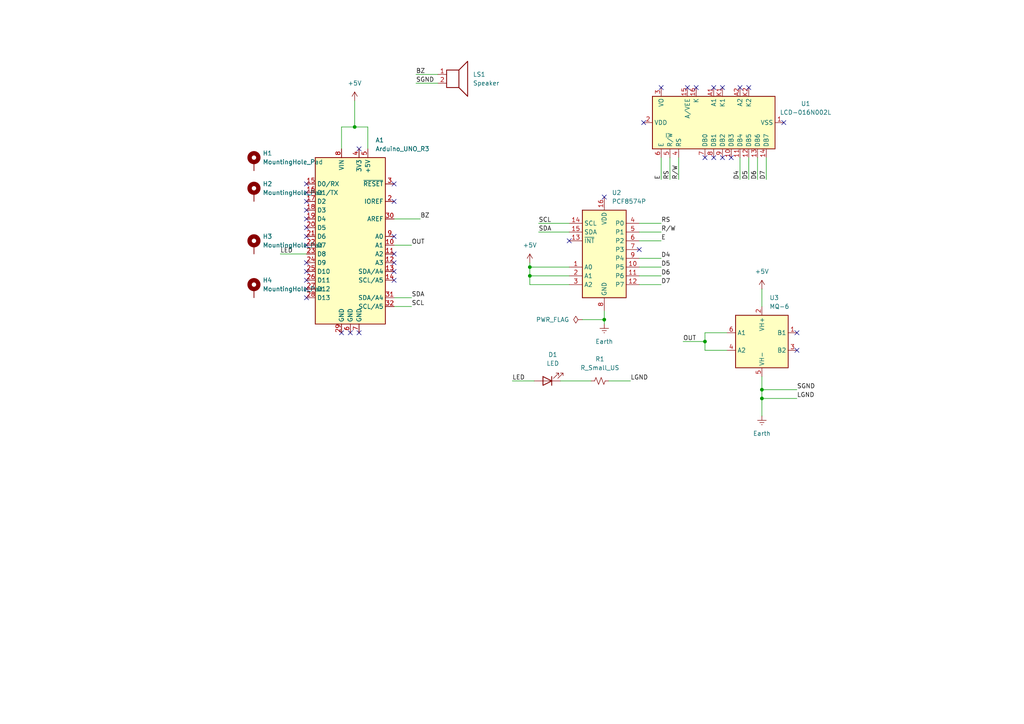
<source format=kicad_sch>
(kicad_sch (version 20231120) (generator "eeschema") (generator_version "8.0")
  (paper "A4")
  (title_block (title "AIR MONITORING SYSTEM") (date "2026-02-01") (rev "1") (company "HAM THOYA DESIGNS") (comment 4 "HAM THOYA KARISA"))
  (lib_symbols
    (symbol "Device:LED" (pin_numbers hide) (pin_names (offset 1.016) hide)
      (property "Reference" "D" (at 0 2.54 0))
      (property "Value" "LED" (at 0 -2.54 0))
      (symbol "LED_0_1"
        (polyline (pts (xy -1.27 -1.27) (xy -1.27 1.27)) (stroke (width 0.254)))
        (polyline (pts (xy -1.27 0) (xy 1.27 0)))
        (polyline (pts (xy 1.27 -1.27) (xy 1.27 1.27) (xy -1.27 0) (xy 1.27 -1.27)) (stroke (width 0.254)))
        (polyline (pts (xy -3.048 -0.762) (xy -4.572 -2.286) (xy -3.81 -2.286) (xy -4.572 -2.286) (xy -4.572 -1.524)))
        (polyline (pts (xy -1.778 -0.762) (xy -3.302 -2.286) (xy -2.54 -2.286) (xy -3.302 -2.286) (xy -3.302 -1.524)))
      )
      (symbol "LED_1_1"
        (pin passive line (at -3.81 0 0) (length 2.54) (name "K") (number "1"))
        (pin passive line (at 3.81 0 180) (length 2.54) (name "A") (number "2"))
      )
    )
    (symbol "Device:R_Small_US" (pin_numbers hide) (pin_names (offset 0.254) hide)
      (property "Reference" "R" (at 0.762 0.508 0))
      (property "Value" "R_Small_US" (at 0.762 -1.016 0))
      (symbol "R_Small_US_1_1"
        (polyline (pts (xy 0 0) (xy 1.016 -0.381) (xy 0 -0.762) (xy -1.016 -1.143) (xy 0 -1.524)))
        (polyline (pts (xy 0 1.524) (xy 1.016 1.143) (xy 0 0.762) (xy -1.016 0.381) (xy 0 0)))
        (pin passive line (at 0 2.54 270) (length 1.016) (name "~") (number "1"))
        (pin passive line (at 0 -2.54 90) (length 1.016) (name "~") (number "2"))
      )
    )
    (symbol "Device:Speaker" (pin_names (offset 0) hide)
      (property "Reference" "LS" (at 1.27 5.715 0))
      (property "Value" "Speaker" (at 1.27 3.81 0))
      (symbol "Speaker_0_0"
        (rectangle (start -2.54 1.27) (end 1.016 -3.81) (stroke (width 0.254)))
        (polyline (pts (xy 1.016 1.27) (xy 3.556 3.81) (xy 3.556 -6.35) (xy 1.016 -3.81)) (stroke (width 0.254)))
      )
      (symbol "Speaker_1_1"
        (pin input line (at -5.08 0 0) (length 2.54) (name "1") (number "1"))
        (pin input line (at -5.08 -2.54 0) (length 2.54) (name "2") (number "2"))
      )
    )
    (symbol "Display_Character:LCD-016N002L"
      (property "Reference" "U" (at -6.35 18.796 0))
      (property "Value" "LCD-016N002L" (at 8.636 18.796 0))
      (symbol "LCD-016N002L_1_1"
        (rectangle (start -7.62 17.78) (end 7.62 -17.78) (stroke (width 0.254)) (fill (type background)))
        (pin power_in line (at 0 -20.32 90) (length 2.54) (name "VSS") (number "1"))
        (pin bidirectional line (at -10.16 -5.08 0) (length 2.54) (name "DB3") (number "10"))
        (pin bidirectional line (at -10.16 -7.62 0) (length 2.54) (name "DB4") (number "11"))
        (pin bidirectional line (at -10.16 -10.16 0) (length 2.54) (name "DB5") (number "12"))
        (pin bidirectional line (at -10.16 -12.7 0) (length 2.54) (name "DB6") (number "13"))
        (pin bidirectional line (at -10.16 -15.24 0) (length 2.54) (name "DB7") (number "14"))
        (pin power_in line (at 10.16 7.62 180) (length 2.54) (name "A/VEE") (number "15"))
        (pin power_in line (at 10.16 5.08 180) (length 2.54) (name "K") (number "16"))
        (pin power_in line (at 0 20.32 270) (length 2.54) (name "VDD") (number "2"))
        (pin input line (at 10.16 15.24 180) (length 2.54) (name "VO") (number "3"))
        (pin input line (at -10.16 10.16 0) (length 2.54) (name "RS") (number "4"))
        (pin input line (at -10.16 12.7 0) (length 2.54) (name "R/~{W}") (number "5"))
        (pin input line (at -10.16 15.24 0) (length 2.54) (name "E") (number "6"))
        (pin bidirectional line (at -10.16 2.54 0) (length 2.54) (name "DB0") (number "7"))
        (pin bidirectional line (at -10.16 0 0) (length 2.54) (name "DB1") (number "8"))
        (pin bidirectional line (at -10.16 -2.54 0) (length 2.54) (name "DB2") (number "9"))
        (pin power_in line (at 10.16 0 180) (length 2.54) (name "A1") (number "A1"))
        (pin power_in line (at 10.16 -7.62 180) (length 2.54) (name "A2") (number "A2"))
        (pin power_in line (at 10.16 -2.54 180) (length 2.54) (name "K1") (number "K1"))
        (pin power_in line (at 10.16 -10.16 180) (length 2.54) (name "K2") (number "K2"))
      )
    )
    (symbol "Interface_Expansion:PCF8574P"
      (property "Reference" "U" (at -6.35 12.954 0))
      (property "Value" "PCF8574P" (at 3.048 12.954 0))
      (symbol "PCF8574P_0_1"
        (rectangle (start -6.35 -13.97) (end 6.35 11.43) (stroke (width 0.254)) (fill (type background)))
      )
      (symbol "PCF8574P_1_1"
        (pin input line (at -10.16 -5.08 0) (length 3.81) (name "A0") (number "1"))
        (pin bidirectional line (at 10.16 -5.08 180) (length 3.81) (name "P5") (number "10"))
        (pin bidirectional line (at 10.16 -7.62 180) (length 3.81) (name "P6") (number "11"))
        (pin bidirectional line (at 10.16 -10.16 180) (length 3.81) (name "P7") (number "12"))
        (pin open_collector line (at -10.16 2.54 0) (length 3.81) (name "~{INT}") (number "13"))
        (pin input line (at -10.16 7.62 0) (length 3.81) (name "SCL") (number "14"))
        (pin bidirectional line (at -10.16 5.08 0) (length 3.81) (name "SDA") (number "15"))
        (pin power_in line (at 0 15.24 270) (length 3.81) (name "VDD") (number "16"))
        (pin input line (at -10.16 -7.62 0) (length 3.81) (name "A1") (number "2"))
        (pin input line (at -10.16 -10.16 0) (length 3.81) (name "A2") (number "3"))
        (pin bidirectional line (at 10.16 7.62 180) (length 3.81) (name "P0") (number "4"))
        (pin bidirectional line (at 10.16 5.08 180) (length 3.81) (name "P1") (number "5"))
        (pin bidirectional line (at 10.16 2.54 180) (length 3.81) (name "P2") (number "6"))
        (pin bidirectional line (at 10.16 0 180) (length 3.81) (name "P3") (number "7"))
        (pin power_in line (at 0 -17.78 90) (length 3.81) (name "GND") (number "8"))
        (pin bidirectional line (at 10.16 -2.54 180) (length 3.81) (name "P4") (number "9"))
      )
    )
    (symbol "MCU_Module:Arduino_UNO_R3"
      (property "Reference" "A" (at -10.16 23.495 0))
      (property "Value" "Arduino_UNO_R3" (at 5.08 -26.67 0))
      (symbol "Arduino_UNO_R3_0_1"
        (rectangle (start -10.16 22.86) (end 10.16 -25.4) (stroke (width 0.254)) (fill (type background)))
      )
      (symbol "Arduino_UNO_R3_1_1"
        (pin no_connect line (at -10.16 -20.32 0) (length 2.54) hide (name "NC") (number "1"))
        (pin bidirectional line (at 12.7 -2.54 180) (length 2.54) (name "A1") (number "10"))
        (pin bidirectional line (at 12.7 -5.08 180) (length 2.54) (name "A2") (number "11"))
        (pin bidirectional line (at 12.7 -7.62 180) (length 2.54) (name "A3") (number "12"))
        (pin bidirectional line (at 12.7 -10.16 180) (length 2.54) (name "SDA/A4") (number "13"))
        (pin bidirectional line (at 12.7 -12.7 180) (length 2.54) (name "SCL/A5") (number "14"))
        (pin bidirectional line (at -12.7 15.24 0) (length 2.54) (name "D0/RX") (number "15"))
        (pin bidirectional line (at -12.7 12.7 0) (length 2.54) (name "D1/TX") (number "16"))
        (pin bidirectional line (at -12.7 10.16 0) (length 2.54) (name "D2") (number "17"))
        (pin bidirectional line (at -12.7 7.62 0) (length 2.54) (name "D3") (number "18"))
        (pin bidirectional line (at -12.7 5.08 0) (length 2.54) (name "D4") (number "19"))
        (pin output line (at 12.7 10.16 180) (length 2.54) (name "IOREF") (number "2"))
        (pin bidirectional line (at -12.7 2.54 0) (length 2.54) (name "D5") (number "20"))
        (pin bidirectional line (at -12.7 0 0) (length 2.54) (name "D6") (number "21"))
        (pin bidirectional line (at -12.7 -2.54 0) (length 2.54) (name "D7") (number "22"))
        (pin bidirectional line (at -12.7 -5.08 0) (length 2.54) (name "D8") (number "23"))
        (pin bidirectional line (at -12.7 -7.62 0) (length 2.54) (name "D9") (number "24"))
        (pin bidirectional line (at -12.7 -10.16 0) (length 2.54) (name "D10") (number "25"))
        (pin bidirectional line (at -12.7 -12.7 0) (length 2.54) (name "D11") (number "26"))
        (pin bidirectional line (at -12.7 -15.24 0) (length 2.54) (name "D12") (number "27"))
        (pin bidirectional line (at -12.7 -17.78 0) (length 2.54) (name "D13") (number "28"))
        (pin power_in line (at -2.54 -27.94 90) (length 2.54) (name "GND") (number "29"))
        (pin input line (at 12.7 15.24 180) (length 2.54) (name "~{RESET}") (number "3"))
        (pin input line (at 12.7 5.08 180) (length 2.54) (name "AREF") (number "30"))
        (pin bidirectional line (at 12.7 -17.78 180) (length 2.54) (name "SDA/A4") (number "31"))
        (pin bidirectional line (at 12.7 -20.32 180) (length 2.54) (name "SCL/A5") (number "32"))
        (pin power_out line (at 2.54 25.4 270) (length 2.54) (name "3V3") (number "4"))
        (pin power_out line (at 5.08 25.4 270) (length 2.54) (name "+5V") (number "5"))
        (pin power_in line (at 0 -27.94 90) (length 2.54) (name "GND") (number "6"))
        (pin power_in line (at 2.54 -27.94 90) (length 2.54) (name "GND") (number "7"))
        (pin power_in line (at -2.54 25.4 270) (length 2.54) (name "VIN") (number "8"))
        (pin bidirectional line (at 12.7 0 180) (length 2.54) (name "A0") (number "9"))
      )
    )
    (symbol "Mechanical:MountingHole_Pad" (pin_numbers hide) (pin_names (offset 1.016) hide) (exclude_from_sim yes) (in_bom no)
      (property "Reference" "H" (at 0 6.35 0))
      (property "Value" "MountingHole_Pad" (at 0 4.445 0))
      (symbol "MountingHole_Pad_0_1"
        (circle (center 0 1.27) (radius 1.27) (stroke (width 1.27)))
      )
      (symbol "MountingHole_Pad_1_1"
        (pin input line (at 0 -2.54 90) (length 2.54) (name "1") (number "1"))
      )
    )
    (symbol "Sensor_Gas:MQ-6"
      (property "Reference" "U" (at -6.35 8.89 0))
      (property "Value" "MQ-6" (at 3.81 8.89 0))
      (symbol "MQ-6_0_1"
        (rectangle (start -7.62 7.62) (end 7.62 -7.62) (stroke (width 0.254)) (fill (type background)))
      )
      (symbol "MQ-6_1_1"
        (pin passive line (at 10.16 2.54 180) (length 2.54) (name "B1") (number "1"))
        (pin power_in line (at 0 10.16 270) (length 2.54) (name "VH+") (number "2"))
        (pin passive line (at 10.16 -2.54 180) (length 2.54) (name "B2") (number "3"))
        (pin passive line (at -10.16 -2.54 0) (length 2.54) (name "A2") (number "4"))
        (pin power_in line (at 0 -10.16 90) (length 2.54) (name "VH-") (number "5"))
        (pin passive line (at -10.16 2.54 0) (length 2.54) (name "A1") (number "6"))
      )
    )
    (symbol "power:+5V" (power) (pin_numbers hide) (pin_names (offset 0) hide)
      (property "Value" "+5V" (at 0 3.556 0))
      (symbol "+5V_0_1"
        (polyline (pts (xy -0.762 1.27) (xy 0 2.54)))
        (polyline (pts (xy 0 0) (xy 0 2.54)))
        (polyline (pts (xy 0 2.54) (xy 0.762 1.27)))
      )
      (symbol "+5V_1_1"
        (pin power_in line (at 0 0 90) (length 0) (name "~") (number "1"))
      )
    )
    (symbol "power:Earth" (power) (pin_numbers hide) (pin_names (offset 0) hide)
      (property "Value" "Earth" (at 0 -3.81 0))
      (symbol "Earth_0_1"
        (polyline (pts (xy -0.635 -1.905) (xy 0.635 -1.905)))
        (polyline (pts (xy -0.127 -2.54) (xy 0.127 -2.54)))
        (polyline (pts (xy 0 -1.27) (xy 0 0)))
        (polyline (pts (xy 1.27 -1.27) (xy -1.27 -1.27)))
      )
      (symbol "Earth_1_1"
        (pin power_in line (at 0 0 270) (length 0) (name "~") (number "1"))
      )
    )
    (symbol "power:PWR_FLAG" (power) (pin_numbers hide) (pin_names (offset 0) hide)
      (property "Value" "PWR_FLAG" (at 0 3.81 0))
      (symbol "PWR_FLAG_0_0"
        (pin power_out line (at 0 0 90) (length 0) (name "~") (number "1"))
      )
      (symbol "PWR_FLAG_0_1"
        (polyline (pts (xy 0 0) (xy 0 1.27) (xy -1.016 1.905) (xy 0 2.54) (xy 1.016 1.905) (xy 0 1.27)))
      )
    )
  )
  (junction (at 153.67 80.01))
  (junction (at 102.87 36.83))
  (junction (at 220.98 115.57))
  (junction (at 220.98 113.03))
  (junction (at 153.67 77.47))
  (junction (at 204.47 99.06))
  (junction (at 175.26 92.71))
  (no_connect (at 88.9 53.34))
  (no_connect (at 207.01 45.72))
  (no_connect (at 175.26 57.15))
  (no_connect (at 114.3 78.74))
  (no_connect (at 88.9 68.58))
  (no_connect (at 212.09 45.72))
  (no_connect (at 114.3 58.42))
  (no_connect (at 104.14 96.52))
  (no_connect (at 185.42 72.39))
  (no_connect (at 104.14 43.18))
  (no_connect (at 231.14 96.52))
  (no_connect (at 231.14 101.6))
  (no_connect (at 165.1 69.85))
  (no_connect (at 88.9 58.42))
  (no_connect (at 88.9 55.88))
  (no_connect (at 209.55 45.72))
  (no_connect (at 88.9 83.82))
  (no_connect (at 201.93 25.4))
  (no_connect (at 114.3 68.58))
  (no_connect (at 191.77 25.4))
  (no_connect (at 114.3 81.28))
  (no_connect (at 199.39 25.4))
  (no_connect (at 88.9 63.5))
  (no_connect (at 88.9 78.74))
  (no_connect (at 114.3 73.66))
  (no_connect (at 101.6 96.52))
  (no_connect (at 88.9 60.96))
  (no_connect (at 204.47 45.72))
  (no_connect (at 209.55 25.4))
  (no_connect (at 217.17 25.4))
  (no_connect (at 214.63 25.4))
  (no_connect (at 88.9 66.04))
  (no_connect (at 88.9 76.2))
  (no_connect (at 227.33 35.56))
  (no_connect (at 99.06 96.52))
  (no_connect (at 114.3 53.34))
  (no_connect (at 88.9 86.36))
  (no_connect (at 114.3 76.2))
  (no_connect (at 207.01 25.4))
  (no_connect (at 88.9 81.28))
  (no_connect (at 88.9 71.12))
  (no_connect (at 186.69 35.56))
  (wire (pts (xy 198.12 99.06) (xy 204.47 99.06)))
  (wire (pts (xy 194.31 45.72) (xy 194.31 52.07)))
  (wire (pts (xy 114.3 88.9) (xy 119.38 88.9)))
  (wire (pts (xy 165.1 82.55) (xy 153.67 82.55)))
  (wire (pts (xy 102.87 36.83) (xy 106.68 36.83)))
  (wire (pts (xy 222.25 45.72) (xy 222.25 52.07)))
  (wire (pts (xy 99.06 43.18) (xy 99.06 36.83)))
  (wire (pts (xy 220.98 83.82) (xy 220.98 88.9)))
  (wire (pts (xy 106.68 36.83) (xy 106.68 43.18)))
  (wire (pts (xy 210.82 96.52) (xy 204.47 96.52)))
  (wire (pts (xy 102.87 29.21) (xy 102.87 36.83)))
  (wire (pts (xy 156.21 67.31) (xy 165.1 67.31)))
  (wire (pts (xy 114.3 71.12) (xy 119.38 71.12)))
  (wire (pts (xy 153.67 76.2) (xy 153.67 77.47)))
  (wire (pts (xy 176.53 110.49) (xy 182.88 110.49)))
  (wire (pts (xy 175.26 92.71) (xy 175.26 93.98)))
  (wire (pts (xy 204.47 99.06) (xy 204.47 101.6)))
  (wire (pts (xy 185.42 82.55) (xy 191.77 82.55)))
  (wire (pts (xy 156.21 64.77) (xy 165.1 64.77)))
  (wire (pts (xy 204.47 101.6) (xy 210.82 101.6)))
  (wire (pts (xy 185.42 64.77) (xy 191.77 64.77)))
  (wire (pts (xy 153.67 77.47) (xy 165.1 77.47)))
  (wire (pts (xy 220.98 109.22) (xy 220.98 113.03)))
  (wire (pts (xy 220.98 115.57) (xy 220.98 120.65)))
  (wire (pts (xy 217.17 45.72) (xy 217.17 52.07)))
  (wire (pts (xy 99.06 36.83) (xy 102.87 36.83)))
  (wire (pts (xy 114.3 63.5) (xy 121.92 63.5)))
  (wire (pts (xy 204.47 96.52) (xy 204.47 99.06)))
  (wire (pts (xy 185.42 67.31) (xy 191.77 67.31)))
  (wire (pts (xy 153.67 82.55) (xy 153.67 80.01)))
  (wire (pts (xy 81.28 73.66) (xy 88.9 73.66)))
  (wire (pts (xy 219.71 45.72) (xy 219.71 52.07)))
  (wire (pts (xy 148.59 110.49) (xy 154.94 110.49)))
  (wire (pts (xy 220.98 115.57) (xy 231.14 115.57)))
  (wire (pts (xy 165.1 80.01) (xy 153.67 80.01)))
  (wire (pts (xy 175.26 90.17) (xy 175.26 92.71)))
  (wire (pts (xy 214.63 45.72) (xy 214.63 52.07)))
  (wire (pts (xy 153.67 80.01) (xy 153.67 77.47)))
  (wire (pts (xy 185.42 77.47) (xy 191.77 77.47)))
  (wire (pts (xy 220.98 113.03) (xy 231.14 113.03)))
  (wire (pts (xy 120.65 21.59) (xy 127 21.59)))
  (wire (pts (xy 185.42 80.01) (xy 191.77 80.01)))
  (wire (pts (xy 168.91 92.71) (xy 175.26 92.71)))
  (wire (pts (xy 220.98 113.03) (xy 220.98 115.57)))
  (wire (pts (xy 185.42 74.93) (xy 191.77 74.93)))
  (wire (pts (xy 120.65 24.13) (xy 127 24.13)))
  (wire (pts (xy 191.77 45.72) (xy 191.77 52.07)))
  (wire (pts (xy 162.56 110.49) (xy 171.45 110.49)))
  (wire (pts (xy 185.42 69.85) (xy 191.77 69.85)))
  (wire (pts (xy 114.3 86.36) (xy 119.38 86.36)))
  (wire (pts (xy 196.85 45.72) (xy 196.85 52.07)))
  (label "D4" (at 191.77 74.93 0))
  (label "D7" (at 222.25 52.07 90))
  (label "SGND" (at 231.14 113.03 0))
  (label "SGND" (at 120.65 24.13 0))
  (label "OUT" (at 198.12 99.06 0))
  (label "D5" (at 217.17 52.07 90))
  (label "BZ" (at 120.65 21.59 0))
  (label "SCL" (at 156.21 64.77 0))
  (label "R{slash}W" (at 191.77 67.31 0))
  (label "LGND" (at 182.88 110.49 0))
  (label "LED" (at 148.59 110.49 0))
  (label "R{slash}W" (at 196.85 52.07 90))
  (label "RS" (at 191.77 64.77 0))
  (label "OUT" (at 119.38 71.12 0))
  (label "LED" (at 81.28 73.66 0))
  (label "SDA" (at 119.38 86.36 0))
  (label "RS" (at 194.31 52.07 90))
  (label "D5" (at 191.77 77.47 0))
  (label "BZ" (at 121.92 63.5 0))
  (label "D6" (at 219.71 52.07 90))
  (label "E" (at 191.77 69.85 0))
  (label "SCL" (at 119.38 88.9 0))
  (label "E" (at 191.77 52.07 90))
  (label "SDA" (at 156.21 67.31 0))
  (label "D4" (at 214.63 52.07 90))
  (label "LGND" (at 231.14 115.57 0))
  (label "D7" (at 191.77 82.55 0))
  (label "D6" (at 191.77 80.01 0))
  (symbol (lib_id "power:Earth") (at 220.98 120.65 0) (unit 1)
    (property "Reference" "#PWR03" (effects (hide yes)))
    (property "Value" "Earth" (at 220.98 125.73 0))
    (property "Description" "Power symbol creates a global label with name \"Earth\"" (effects (hide yes)))
  )
  (symbol (lib_id "Device:LED") (at 158.75 110.49 180) (unit 1)
    (property "Reference" "D1" (at 160.3375 102.87 0))
    (property "Value" "LED" (at 160.3375 105.41 0))
    (property "Footprint" "LED_THT:LED_D3.0mm_Clear" (effects (hide yes)))
    (property "Description" "Light emitting diode" (effects (hide yes)))
  )
  (symbol (lib_id "Mechanical:MountingHole_Pad") (at 73.66 83.82 0) (unit 1) (exclude_from_sim yes) (in_bom no)
    (property "Reference" "H4" (at 76.2 81.2799 0) (effects (justify left)))
    (property "Value" "MountingHole_Pad" (at 76.2 83.8199 0) (effects (justify left)))
    (property "Footprint" "MountingHole:MountingHole_2.5mm_Pad" (effects (hide yes)))
    (property "Description" "Mounting Hole with connection" (effects (hide yes)))
  )
  (symbol (lib_id "Sensor_Gas:MQ-6") (at 220.98 99.06 0) (unit 1)
    (property "Reference" "U3" (at 223.1741 86.36 0) (effects (justify left)))
    (property "Value" "MQ-6" (at 223.1741 88.9 0) (effects (justify left)))
    (property "Footprint" "Sensor:MQ-6" (effects (hide yes)))
    (property "Datasheet" "https://www.winsen-sensor.com/d/files/semiconductor/mq-6.pdf" (effects (hide yes)))
    (property "Description" "Semiconductor Sensor for Flammable Gas" (effects (hide yes)))
  )
  (symbol (lib_id "Mechanical:MountingHole_Pad") (at 73.66 55.88 0) (unit 1) (exclude_from_sim yes) (in_bom no)
    (property "Reference" "H2" (at 76.2 53.3399 0) (effects (justify left)))
    (property "Value" "MountingHole_Pad" (at 76.2 55.8799 0) (effects (justify left)))
    (property "Footprint" "MountingHole:MountingHole_2.5mm_Pad" (effects (hide yes)))
    (property "Description" "Mounting Hole with connection" (effects (hide yes)))
  )
  (symbol (lib_id "Mechanical:MountingHole_Pad") (at 73.66 71.12 0) (unit 1) (exclude_from_sim yes) (in_bom no)
    (property "Reference" "H3" (at 76.2 68.5799 0) (effects (justify left)))
    (property "Value" "MountingHole_Pad" (at 76.2 71.1199 0) (effects (justify left)))
    (property "Footprint" "MountingHole:MountingHole_2.5mm_Pad" (effects (hide yes)))
    (property "Description" "Mounting Hole with connection" (effects (hide yes)))
  )
  (symbol (lib_id "Interface_Expansion:PCF8574P") (at 175.26 72.39 0) (unit 1)
    (property "Reference" "U2" (at 177.4541 55.88 0) (effects (justify left)))
    (property "Value" "PCF8574P" (at 177.4541 58.42 0) (effects (justify left)))
    (property "Footprint" "Package_DIP:DIP-16_W7.62mm" (effects (hide yes)))
    (property "Datasheet" "http://www.nxp.com/docs/en/data-sheet/PCF8574_PCF8574A.pdf" (effects (hide yes)))
    (property "Description" "8 Bit Port/Expander to I2C Bus, fixed address bits 0b0100, DIP-16" (effects (hide yes)))
  )
  (symbol (lib_id "Device:Speaker") (at 132.08 21.59 0) (unit 1)
    (property "Reference" "LS1" (at 137.16 21.5899 0) (effects (justify left)))
    (property "Value" "Speaker" (at 137.16 24.1299 0) (effects (justify left)))
    (property "Footprint" "Audio_Module:Reverb_BTDR-1H" (effects (hide yes)))
    (property "Description" "Speaker" (effects (hide yes)))
  )
  (symbol (lib_id "power:+5V") (at 220.98 83.82 0) (unit 1)
    (property "Reference" "#PWR04" (effects (hide yes)))
    (property "Value" "+5V" (at 220.98 78.74 0))
    (property "Description" "Power symbol creates a global label with name \"+5V\"" (effects (hide yes)))
  )
  (symbol (lib_id "MCU_Module:Arduino_UNO_R3") (at 101.6 68.58 0) (unit 1)
    (property "Reference" "A1" (at 108.8741 40.64 0) (effects (justify left)))
    (property "Value" "Arduino_UNO_R3" (at 108.8741 43.18 0) (effects (justify left)))
    (property "Footprint" "Module:Arduino_UNO_R3" (effects (hide yes)))
    (property "Datasheet" "https://www.arduino.cc/en/Main/arduinoBoardUno" (effects (hide yes)))
    (property "Description" "Arduino UNO Microcontroller Module, release 3" (effects (hide yes)))
  )
  (symbol (lib_id "power:Earth") (at 175.26 93.98 0) (unit 1)
    (property "Reference" "#PWR02" (effects (hide yes)))
    (property "Value" "Earth" (at 175.26 99.06 0))
    (property "Description" "Power symbol creates a global label with name \"Earth\"" (effects (hide yes)))
  )
  (symbol (lib_id "Display_Character:LCD-016N002L") (at 207.01 35.56 90) (unit 1)
    (property "Reference" "U1" (at 233.68 30.0638 90))
    (property "Value" "LCD-016N002L" (at 233.68 32.6038 90))
    (property "Footprint" "Display:LCD-016N002L" (effects (hide yes)))
    (property "Datasheet" "http://www.vishay.com/docs/37299/37299.pdf" (effects (hide yes)))
    (property "Description" "LCD 12x2, 8 bit parallel bus, 3V or 5V VDD" (effects (hide yes)))
  )
  (symbol (lib_id "power:+5V") (at 153.67 76.2 0) (unit 1)
    (property "Reference" "#PWR01" (effects (hide yes)))
    (property "Value" "+5V" (at 153.67 71.12 0))
    (property "Description" "Power symbol creates a global label with name \"+5V\"" (effects (hide yes)))
  )
  (symbol (lib_id "Mechanical:MountingHole_Pad") (at 73.66 46.99 0) (unit 1) (exclude_from_sim yes) (in_bom no)
    (property "Reference" "H1" (at 76.2 44.4499 0) (effects (justify left)))
    (property "Value" "MountingHole_Pad" (at 76.2 46.9899 0) (effects (justify left)))
    (property "Footprint" "MountingHole:MountingHole_2.5mm_Pad" (effects (hide yes)))
    (property "Description" "Mounting Hole with connection" (effects (hide yes)))
  )
  (symbol (lib_id "Device:R_Small_US") (at 173.99 110.49 90) (unit 1)
    (property "Reference" "R1" (at 173.99 104.14 90))
    (property "Value" "R_Small_US" (at 173.99 106.68 90))
    (property "Footprint" "Resistor_THT:R_Axial_DIN0411_L9.9mm_D3.6mm_P7.62mm_Vertical" (effects (hide yes)))
    (property "Description" "Resistor, small US symbol" (effects (hide yes)))
  )
  (symbol (lib_id "power:+5V") (at 102.87 29.21 0) (unit 1)
    (property "Reference" "#PWR05" (effects (hide yes)))
    (property "Value" "+5V" (at 102.87 24.13 0))
    (property "Description" "Power symbol creates a global label with name \"+5V\"" (effects (hide yes)))
  )
  (symbol (lib_id "power:PWR_FLAG") (at 168.91 92.71 90) (unit 1)
    (property "Reference" "#FLG01" (effects (hide yes)))
    (property "Value" "PWR_FLAG" (at 165.1 92.7099 90) (effects (justify left)))
    (property "Description" "Special symbol for telling ERC where power comes from" (effects (hide yes)))
  )
)
</source>
